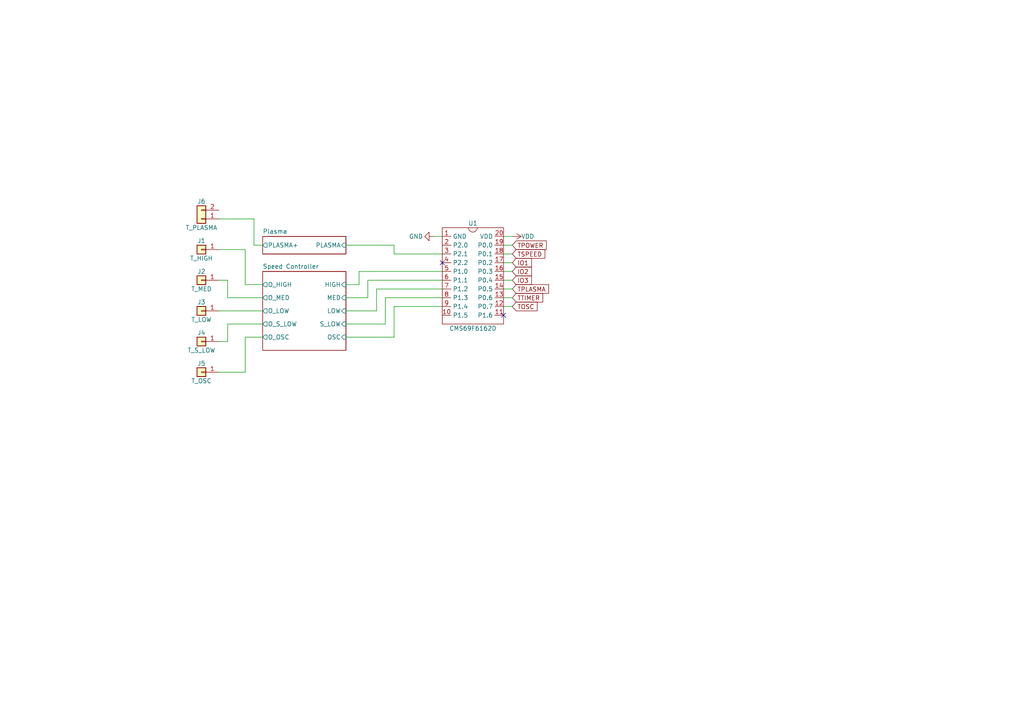
<source format=kicad_sch>
(kicad_sch (version 20211123) (generator eeschema)
  (paper "A4")
  (lib_symbols
    (symbol "Connector_Generic:Conn_01x01" (pin_names (offset 1.016) hide)
      (property "Reference" "J" (at 0 2.54 0))
      (property "Value" "Conn_01x01" (at 0 -2.54 0))
      (symbol "Conn_01x01_1_1"
        (rectangle (start -1.27 0.127) (end 0 -0.127) (stroke (width 0.1524)))
        (rectangle (start -1.27 1.27) (end 1.27 -1.27) (stroke (width 0.254)) (fill (type background)))
        (pin passive line (at -5.08 0 0) (length 3.81) (name "Pin_1") (number "1"))
      )
    )
    (symbol "Connector_Generic:Conn_01x02" (pin_names (offset 1.016) hide)
      (property "Reference" "J" (at 0 2.54 0))
      (property "Value" "Conn_01x02" (at 0 -5.08 0))
      (symbol "Conn_01x02_1_1"
        (rectangle (start -1.27 -2.413) (end 0 -2.667) (stroke (width 0.1524)))
        (rectangle (start -1.27 0.127) (end 0 -0.127) (stroke (width 0.1524)))
        (rectangle (start -1.27 1.27) (end 1.27 -3.81) (stroke (width 0.254)) (fill (type background)))
        (pin passive line (at -5.08 0 0) (length 3.81) (name "Pin_1") (number "1"))
        (pin passive line (at -5.08 -2.54 0) (length 3.81) (name "Pin_2") (number "2"))
      )
    )
    (symbol "cms69f6162d:CMS69F6162D"
      (property "Reference" "U" (at 0 13.97 0))
      (property "Value" "CMS69F6162D" (at 0 11.43 0))
      (symbol "CMS69F6162D_0_1"
        (rectangle (start -8.89 10.16) (end 8.89 -17.78))
        (arc (start -1.27 10.16) (mid -0.898 9.262) (end 0 8.89))
        (arc (start 0 8.89) (mid 0.898 9.262) (end 1.27 10.16))
      )
      (symbol "CMS69F6162D_1_1"
        (pin passive line (at -8.89 7.62 0) (length 2.54) (name "GND") (number "1"))
        (pin bidirectional line (at -8.89 -15.24 0) (length 2.54) (name "P1.5") (number "10"))
        (pin bidirectional line (at 8.89 -15.24 180) (length 2.54) (name "P1.6") (number "11"))
        (pin bidirectional line (at 8.89 -12.7 180) (length 2.54) (name "P0.7") (number "12"))
        (pin bidirectional line (at 8.89 -10.16 180) (length 2.54) (name "P0.6") (number "13"))
        (pin bidirectional line (at 8.89 -7.62 180) (length 2.54) (name "P0.5") (number "14"))
        (pin bidirectional line (at 8.89 -5.08 180) (length 2.54) (name "P0.4") (number "15"))
        (pin bidirectional line (at 8.89 -2.54 180) (length 2.54) (name "P0.3") (number "16"))
        (pin bidirectional line (at 8.89 0 180) (length 2.54) (name "P0.2") (number "17"))
        (pin bidirectional line (at 8.89 2.54 180) (length 2.54) (name "P0.1") (number "18"))
        (pin bidirectional line (at 8.89 5.08 180) (length 2.54) (name "P0.0") (number "19"))
        (pin bidirectional line (at -8.89 5.08 0) (length 2.54) (name "P2.0") (number "2"))
        (pin power_in line (at 8.89 7.62 180) (length 2.54) (name "VDD") (number "20"))
        (pin bidirectional line (at -8.89 2.54 0) (length 2.54) (name "P2.1") (number "3"))
        (pin bidirectional line (at -8.89 0 0) (length 2.54) (name "P2.2") (number "4"))
        (pin bidirectional line (at -8.89 -2.54 0) (length 2.54) (name "P1.0") (number "5"))
        (pin bidirectional line (at -8.89 -5.08 0) (length 2.54) (name "P1.1") (number "6"))
        (pin bidirectional line (at -8.89 -7.62 0) (length 2.54) (name "P1.2") (number "7"))
        (pin bidirectional line (at -8.89 -10.16 0) (length 2.54) (name "P1.3") (number "8"))
        (pin bidirectional line (at -8.89 -12.7 0) (length 2.54) (name "P1.4") (number "9"))
      )
    )
    (symbol "power:GND" (power) (pin_names (offset 0))
      (property "Value" "GND" (at 0 -3.81 0))
      (symbol "GND_0_1"
        (polyline (pts (xy 0 0) (xy 0 -1.27) (xy 1.27 -1.27) (xy 0 -2.54) (xy -1.27 -1.27) (xy 0 -1.27)))
      )
      (symbol "GND_1_1"
        (pin power_in line (at 0 0 270) (length 0) hide (name "GND") (number "1"))
      )
    )
    (symbol "power:VDD" (power) (pin_names (offset 0))
      (property "Value" "VDD" (at 0 3.81 0))
      (symbol "VDD_0_1"
        (polyline (pts (xy -0.762 1.27) (xy 0 2.54)))
        (polyline (pts (xy 0 0) (xy 0 2.54)))
        (polyline (pts (xy 0 2.54) (xy 0.762 1.27)))
      )
      (symbol "VDD_1_1"
        (pin power_in line (at 0 0 90) (length 0) hide (name "VDD") (number "1"))
      )
    )
  )
  (no_connect (at 128.27 76.2))
  (no_connect (at 146.05 91.44))
  (wire (pts (xy 100.33 86.36) (xy 106.68 86.36)))
  (wire (pts (xy 76.2 86.36) (xy 66.04 86.36)))
  (wire (pts (xy 63.5 63.5) (xy 73.66 63.5)))
  (wire (pts (xy 76.2 97.79) (xy 71.12 97.79)))
  (wire (pts (xy 111.76 86.36) (xy 128.27 86.36)))
  (wire (pts (xy 146.05 71.12) (xy 148.59 71.12)))
  (wire (pts (xy 66.04 99.06) (xy 66.04 93.98)))
  (wire (pts (xy 63.5 72.39) (xy 71.12 72.39)))
  (wire (pts (xy 100.33 82.55) (xy 104.14 82.55)))
  (wire (pts (xy 100.33 93.98) (xy 111.76 93.98)))
  (wire (pts (xy 125.73 68.58) (xy 128.27 68.58)))
  (wire (pts (xy 73.66 71.12) (xy 76.2 71.12)))
  (wire (pts (xy 146.05 76.2) (xy 148.59 76.2)))
  (wire (pts (xy 63.5 107.95) (xy 71.12 107.95)))
  (wire (pts (xy 146.05 88.9) (xy 148.59 88.9)))
  (wire (pts (xy 71.12 97.79) (xy 71.12 107.95)))
  (wire (pts (xy 114.3 71.12) (xy 114.3 73.66)))
  (wire (pts (xy 114.3 88.9) (xy 128.27 88.9)))
  (wire (pts (xy 146.05 78.74) (xy 148.59 78.74)))
  (wire (pts (xy 146.05 86.36) (xy 148.59 86.36)))
  (wire (pts (xy 104.14 82.55) (xy 104.14 78.74)))
  (wire (pts (xy 63.5 90.17) (xy 76.2 90.17)))
  (wire (pts (xy 114.3 73.66) (xy 128.27 73.66)))
  (wire (pts (xy 109.22 83.82) (xy 128.27 83.82)))
  (wire (pts (xy 100.33 97.79) (xy 114.3 97.79)))
  (wire (pts (xy 104.14 78.74) (xy 128.27 78.74)))
  (wire (pts (xy 66.04 93.98) (xy 76.2 93.98)))
  (wire (pts (xy 146.05 83.82) (xy 148.59 83.82)))
  (wire (pts (xy 146.05 81.28) (xy 148.59 81.28)))
  (wire (pts (xy 100.33 71.12) (xy 114.3 71.12)))
  (wire (pts (xy 66.04 81.28) (xy 63.5 81.28)))
  (wire (pts (xy 146.05 68.58) (xy 148.59 68.58)))
  (wire (pts (xy 66.04 86.36) (xy 66.04 81.28)))
  (wire (pts (xy 109.22 90.17) (xy 109.22 83.82)))
  (wire (pts (xy 71.12 72.39) (xy 71.12 82.55)))
  (wire (pts (xy 63.5 99.06) (xy 66.04 99.06)))
  (wire (pts (xy 111.76 93.98) (xy 111.76 86.36)))
  (wire (pts (xy 106.68 81.28) (xy 128.27 81.28)))
  (wire (pts (xy 73.66 63.5) (xy 73.66 71.12)))
  (wire (pts (xy 114.3 97.79) (xy 114.3 88.9)))
  (wire (pts (xy 106.68 86.36) (xy 106.68 81.28)))
  (wire (pts (xy 146.05 73.66) (xy 148.59 73.66)))
  (wire (pts (xy 100.33 90.17) (xy 109.22 90.17)))
  (wire (pts (xy 71.12 82.55) (xy 76.2 82.55)))
  (global_label "TSPEED" (shape input) (at 148.59 73.66 0) (property "Intersheet References" "${INTERSHEET_REFS}" (effects hide)))
  (global_label "IO1" (shape input) (at 148.59 76.2 0) (property "Intersheet References" "${INTERSHEET_REFS}" (effects hide)))
  (global_label "IO3" (shape input) (at 148.59 81.28 0) (property "Intersheet References" "${INTERSHEET_REFS}" (effects hide)))
  (global_label "TOSC" (shape input) (at 148.59 88.9 0) (property "Intersheet References" "${INTERSHEET_REFS}" (effects hide)))
  (global_label "TTIMER" (shape input) (at 148.59 86.36 0) (property "Intersheet References" "${INTERSHEET_REFS}" (effects hide)))
  (global_label "IO2" (shape input) (at 148.59 78.74 0) (property "Intersheet References" "${INTERSHEET_REFS}" (effects hide)))
  (global_label "TPOWER" (shape input) (at 148.59 71.12 0) (property "Intersheet References" "${INTERSHEET_REFS}" (effects hide)))
  (global_label "TPLASMA" (shape input) (at 148.59 83.82 0) (property "Intersheet References" "${INTERSHEET_REFS}" (effects hide)))
  (symbol (lib_id "Connector_Generic:Conn_01x01") (at 58.42 107.95 180) (unit 1)
    (property "Reference" "J5" (at 58.42 105.41 0))
    (property "Value" "T_OSC" (at 58.42 110.49 0))
  )
  (symbol (lib_id "power:VDD") (at 148.59 68.58 270) (unit 1)
    (property "Reference" "#PWR?" (effects hide))
    (property "Value" "VDD" (at 151.13 68.58 90) (effects (justify left)))
  )
  (symbol (lib_id "Connector_Generic:Conn_01x01") (at 58.42 81.28 180) (unit 1)
    (property "Reference" "J2" (at 58.42 78.74 0))
    (property "Value" "T_MED" (at 58.42 83.82 0))
  )
  (symbol (lib_id "Connector_Generic:Conn_01x01") (at 58.42 99.06 180) (unit 1)
    (property "Reference" "J4" (at 58.42 96.52 0))
    (property "Value" "T_S_LOW" (at 58.42 101.6 0))
  )
  (symbol (lib_id "cms69f6162d:CMS69F6162D") (at 137.16 76.2 0) (unit 1)
    (property "Reference" "U1" (at 137.16 64.77 0))
    (property "Value" "CMS69F6162D" (at 137.16 95.25 0))
  )
  (symbol (lib_id "power:GND") (at 125.73 68.58 270) (unit 1)
    (property "Reference" "#PWR?" (effects hide))
    (property "Value" "GND" (at 120.65 68.58 90))
  )
  (symbol (lib_id "Connector_Generic:Conn_01x02") (at 58.42 63.5 180) (unit 1)
    (property "Reference" "J6" (at 58.42 58.42 0))
    (property "Value" "T_PLASMA" (at 58.42 66.04 0))
  )
  (symbol (lib_id "Connector_Generic:Conn_01x01") (at 58.42 90.17 180) (unit 1)
    (property "Reference" "J3" (at 58.42 87.63 0))
    (property "Value" "T_LOW" (at 58.42 92.71 0))
  )
  (symbol (lib_id "Connector_Generic:Conn_01x01") (at 58.42 72.39 180) (unit 1)
    (property "Reference" "J1" (at 58.42 69.85 0))
    (property "Value" "T_HIGH" (at 58.42 74.93 0))
  )
  (sheet (at 76.2 68.58) (size 24.13 5.08) (stroke (width 0.1524))
    (property "Sheet name" "Plasma" (at 76.2 67.8684 0) (effects (justify left bottom)))
    (property "Sheet file" "plasma.kicad_sch" (effects hide))
    (pin "PLASMA+" output (at 76.2 71.12 180))
    (pin "PLASMA" input (at 100.33 71.12 0))
  )
  (sheet (at 76.2 78.74) (size 24.13 22.86) (stroke (width 0.1524))
    (property "Sheet name" "Speed Controller" (at 76.2 78.0284 0) (effects (justify left bottom)))
    (property "Sheet file" "speed_controller.kicad_sch" (effects hide))
    (pin "HIGH" input (at 100.33 82.55 0))
    (pin "MED" input (at 100.33 86.36 0))
    (pin "OSC" input (at 100.33 97.79 0))
    (pin "S_LOW" input (at 100.33 93.98 0))
    (pin "LOW" input (at 100.33 90.17 0))
    (pin "O_HIGH" output (at 76.2 82.55 180))
    (pin "O_MED" output (at 76.2 86.36 180))
    (pin "O_LOW" output (at 76.2 90.17 180))
    (pin "O_S_LOW" output (at 76.2 93.98 180))
    (pin "O_OSC" output (at 76.2 97.79 180))
  )
)
</source>
